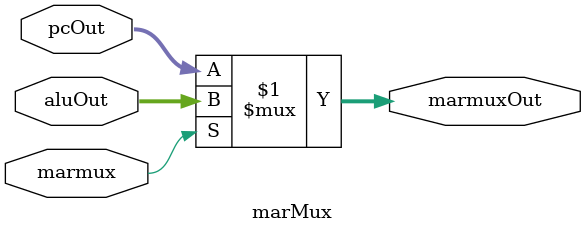
<source format=v>
module marMux(pcOut, aluOut, marmux, marmuxOut);
input signed [15:0] pcOut;
input signed [15:0] aluOut;
input marmux;
output signed [15:0]marmuxOut;
assign marmuxOut = marmux?aluOut:pcOut;
endmodule 
</source>
